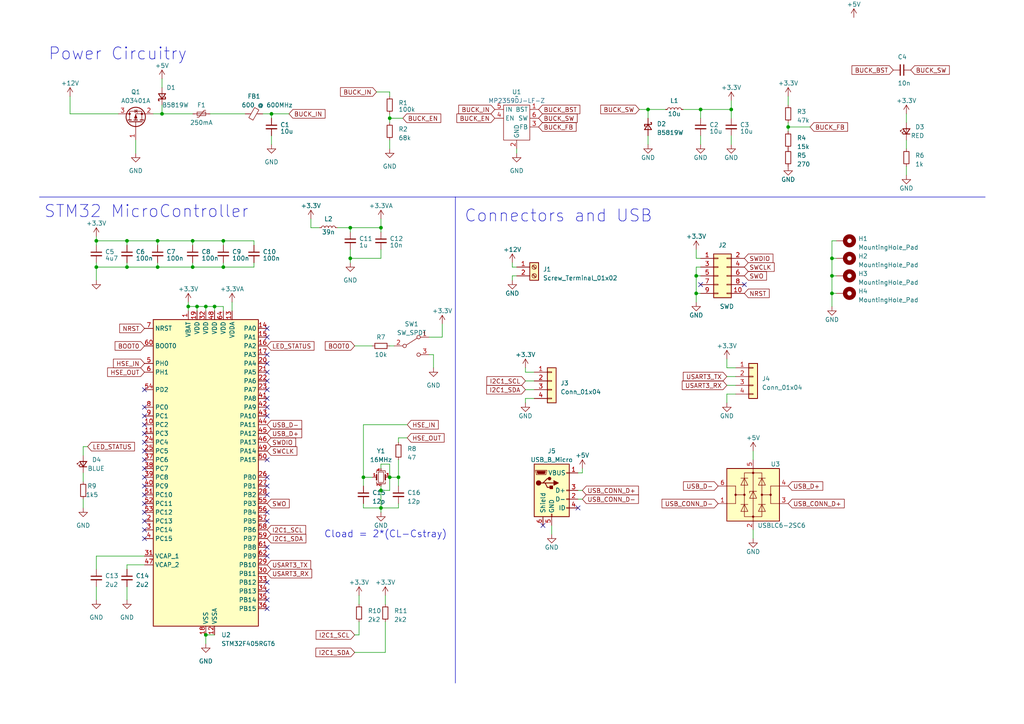
<source format=kicad_sch>
(kicad_sch (version 20230121) (generator eeschema)
  (paper "A4")
  (title_block (title "STM32F4-Test Board") (date "2023-05-25") (rev "2.0") (company "Princy---"))
  (lib_symbols
    (symbol "Connector:Screw_Terminal_01x02" (pin_names (offset 1.016) hide)
      (property "Reference" "J" (at 0 2.54 0))
      (property "Value" "Screw_Terminal_01x02" (at 0 -5.08 0))
      (symbol "Screw_Terminal_01x02_1_1"
        (pin passive line (at -5.08 0 0) (length 3.81) (name "Pin_1") (number "1"))
        (pin passive line (at -5.08 -2.54 0) (length 3.81) (name "Pin_2") (number "2"))
      )
    )
    (symbol "Connector:USB_B_Micro" (pin_names (offset 1.016))
      (property "Reference" "J" (at -5.08 11.43 0))
      (property "Value" "USB_B_Micro" (at -5.08 8.89 0))
      (symbol "USB_B_Micro_1_1"
        (pin power_out line (at 7.62 5.08 180) (length 2.54) (name "VBUS") (number "1"))
        (pin bidirectional line (at 7.62 -2.54 180) (length 2.54) (name "D-") (number "2"))
        (pin bidirectional line (at 7.62 0 180) (length 2.54) (name "D+") (number "3"))
        (pin passive line (at 7.62 -5.08 180) (length 2.54) (name "ID") (number "4"))
        (pin power_out line (at 0 -10.16 90) (length 2.54) (name "GND") (number "5"))
        (pin passive line (at -2.54 -10.16 90) (length 2.54) (name "Shield") (number "6"))
      )
    )
    (symbol "Connector_Generic:Conn_01x04" (pin_names (offset 1.016) hide)
      (property "Reference" "J" (at 0 5.08 0))
      (property "Value" "Conn_01x04" (at 0 -7.62 0))
      (symbol "Conn_01x04_1_1"
        (pin passive line (at -5.08 2.54 0) (length 3.81) (name "Pin_1") (number "1"))
        (pin passive line (at -5.08 0 0) (length 3.81) (name "Pin_2") (number "2"))
        (pin passive line (at -5.08 -2.54 0) (length 3.81) (name "Pin_3") (number "3"))
        (pin passive line (at -5.08 -5.08 0) (length 3.81) (name "Pin_4") (number "4"))
      )
    )
    (symbol "Connector_Generic:Conn_02x05_Odd_Even" (pin_names (offset 1.016) hide)
      (property "Reference" "J" (at 1.27 7.62 0))
      (property "Value" "Conn_02x05_Odd_Even" (at 1.27 -7.62 0))
      (symbol "Conn_02x05_Odd_Even_1_1"
        (pin passive line (at -5.08 5.08 0) (length 3.81) (name "Pin_1") (number "1"))
        (pin passive line (at 7.62 -5.08 180) (length 3.81) (name "Pin_10") (number "10"))
        (pin passive line (at 7.62 5.08 180) (length 3.81) (name "Pin_2") (number "2"))
        (pin passive line (at -5.08 2.54 0) (length 3.81) (name "Pin_3") (number "3"))
        (pin passive line (at 7.62 2.54 180) (length 3.81) (name "Pin_4") (number "4"))
        (pin passive line (at -5.08 0 0) (length 3.81) (name "Pin_5") (number "5"))
        (pin passive line (at 7.62 0 180) (length 3.81) (name "Pin_6") (number "6"))
        (pin passive line (at -5.08 -2.54 0) (length 3.81) (name "Pin_7") (number "7"))
        (pin passive line (at 7.62 -2.54 180) (length 3.81) (name "Pin_8") (number "8"))
        (pin passive line (at -5.08 -5.08 0) (length 3.81) (name "Pin_9") (number "9"))
      )
    )
    (symbol "Device:C_Small" (pin_numbers hide) (pin_names (offset 0.254) hide)
      (property "Reference" "C" (at 0.254 1.778 0))
      (property "Value" "C_Small" (at 0.254 -2.032 0))
      (symbol "C_Small_1_1"
        (pin passive line (at 0 2.54 270) (length 2.032) (name "~") (number "1"))
        (pin passive line (at 0 -2.54 90) (length 2.032) (name "~") (number "2"))
      )
    )
    (symbol "Device:Crystal_GND24_Small" (pin_names (offset 1.016) hide)
      (property "Reference" "Y" (at 1.27 4.445 0))
      (property "Value" "Crystal_GND24_Small" (at 1.27 2.54 0))
      (symbol "Crystal_GND24_Small_1_1"
        (pin passive line (at -2.54 0 0) (length 1.27) (name "1") (number "1"))
        (pin passive line (at 0 -2.54 90) (length 0.635) (name "2") (number "2"))
        (pin passive line (at 2.54 0 180) (length 1.27) (name "3") (number "3"))
        (pin passive line (at 0 2.54 270) (length 0.635) (name "4") (number "4"))
      )
    )
    (symbol "Device:D_Schottky_Small" (pin_numbers hide) (pin_names (offset 0.254) hide)
      (property "Reference" "D" (at -1.27 2.032 0))
      (property "Value" "D_Schottky_Small" (at -7.112 -2.032 0))
      (symbol "D_Schottky_Small_1_1"
        (pin passive line (at -2.54 0 0) (length 1.778) (name "K") (number "1"))
        (pin passive line (at 2.54 0 180) (length 1.778) (name "A") (number "2"))
      )
    )
    (symbol "Device:FerriteBead_Small" (pin_numbers hide) (pin_names (offset 0))
      (property "Reference" "FB" (at 1.905 1.27 0))
      (property "Value" "FerriteBead_Small" (at 1.905 -1.27 0))
      (symbol "FerriteBead_Small_1_1"
        (pin passive line (at 0 2.54 270) (length 1.27) (name "~") (number "1"))
        (pin passive line (at 0 -2.54 90) (length 1.27) (name "~") (number "2"))
      )
    )
    (symbol "Device:LED_Small" (pin_numbers hide) (pin_names (offset 0.254) hide)
      (property "Reference" "D" (at -1.27 3.175 0))
      (property "Value" "LED_Small" (at -4.445 -2.54 0))
      (symbol "LED_Small_1_1"
        (pin passive line (at -2.54 0 0) (length 1.778) (name "K") (number "1"))
        (pin passive line (at 2.54 0 180) (length 1.778) (name "A") (number "2"))
      )
    )
    (symbol "Device:L_Small" (pin_numbers hide) (pin_names (offset 0.254) hide)
      (property "Reference" "L" (at 0.762 1.016 0))
      (property "Value" "L_Small" (at 0.762 -1.016 0))
      (symbol "L_Small_1_1"
        (pin passive line (at 0 2.54 270) (length 0.508) (name "~") (number "1"))
        (pin passive line (at 0 -2.54 90) (length 0.508) (name "~") (number "2"))
      )
    )
    (symbol "Device:Polyfuse_Small" (pin_numbers hide) (pin_names (offset 0))
      (property "Reference" "F" (at -1.905 0 90))
      (property "Value" "Polyfuse_Small" (at 1.905 0 90))
      (symbol "Polyfuse_Small_1_1"
        (pin passive line (at 0 2.54 270) (length 0.635) (name "~") (number "1"))
        (pin passive line (at 0 -2.54 90) (length 0.635) (name "~") (number "2"))
      )
    )
    (symbol "Device:R_Small" (pin_numbers hide) (pin_names (offset 0.254) hide)
      (property "Reference" "R" (at 0.762 0.508 0))
      (property "Value" "R_Small" (at 0.762 -1.016 0))
      (symbol "R_Small_1_1"
        (pin passive line (at 0 2.54 270) (length 0.762) (name "~") (number "1"))
        (pin passive line (at 0 -2.54 90) (length 0.762) (name "~") (number "2"))
      )
    )
    (symbol "MCU_ST_STM32F4:STM32F405RGTx"
      (property "Reference" "U" (at -15.24 46.99 0))
      (property "Value" "STM32F405RGTx" (at 10.16 46.99 0))
      (symbol "STM32F405RGTx_1_1"
        (pin power_in line (at -5.08 48.26 270) (length 2.54) (name "VBAT") (number "1"))
        (pin bidirectional line (at -17.78 15.24 0) (length 2.54) (name "PC2") (number "10"))
        (pin bidirectional line (at -17.78 12.7 0) (length 2.54) (name "PC3") (number "11"))
        (pin power_in line (at 2.54 -45.72 90) (length 2.54) (name "VSSA") (number "12"))
        (pin power_in line (at 7.62 48.26 270) (length 2.54) (name "VDDA") (number "13"))
        (pin bidirectional line (at 17.78 43.18 180) (length 2.54) (name "PA0") (number "14"))
        (pin bidirectional line (at 17.78 40.64 180) (length 2.54) (name "PA1") (number "15"))
        (pin bidirectional line (at 17.78 38.1 180) (length 2.54) (name "PA2") (number "16"))
        (pin bidirectional line (at 17.78 35.56 180) (length 2.54) (name "PA3") (number "17"))
        (pin power_in line (at 0 -45.72 90) (length 2.54) (name "VSS") (number "18"))
        (pin power_in line (at -2.54 48.26 270) (length 2.54) (name "VDD") (number "19"))
        (pin bidirectional line (at -17.78 -12.7 0) (length 2.54) (name "PC13") (number "2"))
        (pin bidirectional line (at 17.78 33.02 180) (length 2.54) (name "PA4") (number "20"))
        (pin bidirectional line (at 17.78 30.48 180) (length 2.54) (name "PA5") (number "21"))
        (pin bidirectional line (at 17.78 27.94 180) (length 2.54) (name "PA6") (number "22"))
        (pin bidirectional line (at 17.78 25.4 180) (length 2.54) (name "PA7") (number "23"))
        (pin bidirectional line (at -17.78 10.16 0) (length 2.54) (name "PC4") (number "24"))
        (pin bidirectional line (at -17.78 7.62 0) (length 2.54) (name "PC5") (number "25"))
        (pin bidirectional line (at 17.78 0 180) (length 2.54) (name "PB0") (number "26"))
        (pin bidirectional line (at 17.78 -2.54 180) (length 2.54) (name "PB1") (number "27"))
        (pin bidirectional line (at 17.78 -5.08 180) (length 2.54) (name "PB2") (number "28"))
        (pin bidirectional line (at 17.78 -25.4 180) (length 2.54) (name "PB10") (number "29"))
        (pin bidirectional line (at -17.78 -15.24 0) (length 2.54) (name "PC14") (number "3"))
        (pin bidirectional line (at 17.78 -27.94 180) (length 2.54) (name "PB11") (number "30"))
        (pin power_out line (at -17.78 -22.86 0) (length 2.54) (name "VCAP_1") (number "31"))
        (pin power_in line (at 0 48.26 270) (length 2.54) (name "VDD") (number "32"))
        (pin bidirectional line (at 17.78 -30.48 180) (length 2.54) (name "PB12") (number "33"))
        (pin bidirectional line (at 17.78 -33.02 180) (length 2.54) (name "PB13") (number "34"))
        (pin bidirectional line (at 17.78 -35.56 180) (length 2.54) (name "PB14") (number "35"))
        (pin bidirectional line (at 17.78 -38.1 180) (length 2.54) (name "PB15") (number "36"))
        (pin bidirectional line (at -17.78 5.08 0) (length 2.54) (name "PC6") (number "37"))
        (pin bidirectional line (at -17.78 2.54 0) (length 2.54) (name "PC7") (number "38"))
        (pin bidirectional line (at -17.78 0 0) (length 2.54) (name "PC8") (number "39"))
        (pin bidirectional line (at -17.78 -17.78 0) (length 2.54) (name "PC15") (number "4"))
        (pin bidirectional line (at -17.78 -2.54 0) (length 2.54) (name "PC9") (number "40"))
        (pin bidirectional line (at 17.78 22.86 180) (length 2.54) (name "PA8") (number "41"))
        (pin bidirectional line (at 17.78 20.32 180) (length 2.54) (name "PA9") (number "42"))
        (pin bidirectional line (at 17.78 17.78 180) (length 2.54) (name "PA10") (number "43"))
        (pin bidirectional line (at 17.78 15.24 180) (length 2.54) (name "PA11") (number "44"))
        (pin bidirectional line (at 17.78 12.7 180) (length 2.54) (name "PA12") (number "45"))
        (pin bidirectional line (at 17.78 10.16 180) (length 2.54) (name "PA13") (number "46"))
        (pin power_out line (at -17.78 -25.4 0) (length 2.54) (name "VCAP_2") (number "47"))
        (pin power_in line (at 2.54 48.26 270) (length 2.54) (name "VDD") (number "48"))
        (pin bidirectional line (at 17.78 7.62 180) (length 2.54) (name "PA14") (number "49"))
        (pin bidirectional line (at -17.78 33.02 0) (length 2.54) (name "PH0") (number "5"))
        (pin bidirectional line (at 17.78 5.08 180) (length 2.54) (name "PA15") (number "50"))
        (pin bidirectional line (at -17.78 -5.08 0) (length 2.54) (name "PC10") (number "51"))
        (pin bidirectional line (at -17.78 -7.62 0) (length 2.54) (name "PC11") (number "52"))
        (pin bidirectional line (at -17.78 -10.16 0) (length 2.54) (name "PC12") (number "53"))
        (pin bidirectional line (at -17.78 25.4 0) (length 2.54) (name "PD2") (number "54"))
        (pin bidirectional line (at 17.78 -7.62 180) (length 2.54) (name "PB3") (number "55"))
        (pin bidirectional line (at 17.78 -10.16 180) (length 2.54) (name "PB4") (number "56"))
        (pin bidirectional line (at 17.78 -12.7 180) (length 2.54) (name "PB5") (number "57"))
        (pin bidirectional line (at 17.78 -15.24 180) (length 2.54) (name "PB6") (number "58"))
        (pin bidirectional line (at 17.78 -17.78 180) (length 2.54) (name "PB7") (number "59"))
        (pin bidirectional line (at -17.78 30.48 0) (length 2.54) (name "PH1") (number "6"))
        (pin input line (at -17.78 38.1 0) (length 2.54) (name "BOOT0") (number "60"))
        (pin bidirectional line (at 17.78 -20.32 180) (length 2.54) (name "PB8") (number "61"))
        (pin bidirectional line (at 17.78 -22.86 180) (length 2.54) (name "PB9") (number "62"))
        (pin passive line (at 0 -45.72 90) (length 2.54) hide (name "VSS") (number "63"))
        (pin power_in line (at 5.08 48.26 270) (length 2.54) (name "VDD") (number "64"))
        (pin input line (at -17.78 43.18 0) (length 2.54) (name "NRST") (number "7"))
        (pin bidirectional line (at -17.78 20.32 0) (length 2.54) (name "PC0") (number "8"))
        (pin bidirectional line (at -17.78 17.78 0) (length 2.54) (name "PC1") (number "9"))
      )
    )
    (symbol "Mechanical:MountingHole_Pad" (pin_numbers hide) (pin_names (offset 1.016) hide)
      (property "Reference" "H" (at 0 6.35 0))
      (property "Value" "MountingHole_Pad" (at 0 4.445 0))
      (symbol "MountingHole_Pad_1_1"
        (pin input line (at 0 -2.54 90) (length 2.54) (name "1") (number "1"))
      )
    )
    (symbol "New_Library:MP2359DJ-LF-Z"
      (property "Reference" "U" (at 0 7.62 0))
      (symbol "MP2359DJ-LF-Z_1_1"
        (text "MP2359DJ-LF-Z" (at 0 5.08 0) (effects (font (size 1.27 1.27))))
        (pin input line (at 6.35 2.54 180) (length 2.54) (name "BST") (number "1"))
        (pin input line (at 0 -8.89 90) (length 2.54) (name "GND") (number "2"))
        (pin input line (at 6.35 -2.54 180) (length 2.54) (name "FB") (number "3"))
        (pin input line (at -6.35 0 0) (length 2.54) (name "EN") (number "4"))
        (pin input line (at -6.35 2.54 0) (length 2.54) (name "IN") (number "5"))
        (pin input line (at 6.35 0 180) (length 2.54) (name "SW") (number "6"))
      )
    )
    (symbol "Power_Protection:USBLC6-2SC6" (pin_names hide)
      (property "Reference" "U" (at 2.54 8.89 0))
      (property "Value" "USBLC6-2SC6" (at 2.54 -8.89 0))
      (symbol "USBLC6-2SC6_1_1"
        (pin passive line (at -10.16 -2.54 0) (length 2.54) (name "I/O1") (number "1"))
        (pin passive line (at 0 -10.16 90) (length 2.54) (name "GND") (number "2"))
        (pin passive line (at 10.16 -2.54 180) (length 2.54) (name "I/O2") (number "3"))
        (pin passive line (at 10.16 2.54 180) (length 2.54) (name "I/O2") (number "4"))
        (pin passive line (at 0 10.16 270) (length 2.54) (name "VBUS") (number "5"))
        (pin passive line (at -10.16 2.54 0) (length 2.54) (name "I/O1") (number "6"))
      )
    )
    (symbol "Switch:SW_SPDT" (pin_names (offset 0) hide)
      (property "Reference" "SW" (at 0 4.318 0))
      (property "Value" "SW_SPDT" (at 0 -5.08 0))
      (symbol "SW_SPDT_1_1"
        (pin passive line (at 5.08 2.54 180) (length 2.54) (name "A") (number "1"))
        (pin passive line (at -5.08 0 0) (length 2.54) (name "B") (number "2"))
        (pin passive line (at 5.08 -2.54 180) (length 2.54) (name "C") (number "3"))
      )
    )
    (symbol "Transistor_FET:AO3401A" (pin_names hide)
      (property "Reference" "Q" (at 5.08 1.905 0))
      (property "Value" "AO3401A" (at 5.08 0 0))
      (symbol "AO3401A_1_1"
        (pin input line (at -5.08 0 0) (length 2.54) (name "G") (number "1"))
        (pin passive line (at 2.54 -5.08 90) (length 2.54) (name "S") (number "2"))
        (pin passive line (at 2.54 5.08 270) (length 2.54) (name "D") (number "3"))
      )
    )
    (symbol "power:+12V" (power) (pin_names (offset 0))
      (property "Value" "+12V" (at 0 3.556 0))
      (symbol "+12V_1_1"
        (pin power_in line (at 0 0 90) (length 0) hide (name "+12V") (number "1"))
      )
    )
    (symbol "power:+3.3V" (power) (pin_names (offset 0))
      (property "Value" "+3.3V" (at 0 3.556 0))
      (symbol "+3.3V_1_1"
        (pin power_in line (at 0 0 90) (length 0) hide (name "+3.3V") (number "1"))
      )
    )
    (symbol "power:+3.3VA" (power) (pin_names (offset 0))
      (property "Value" "+3.3VA" (at 0 3.556 0))
      (symbol "+3.3VA_1_1"
        (pin power_in line (at 0 0 90) (length 0) hide (name "+3.3VA") (number "1"))
      )
    )
    (symbol "power:+5V" (power) (pin_names (offset 0))
      (property "Value" "+5V" (at 0 3.556 0))
      (symbol "+5V_1_1"
        (pin power_in line (at 0 0 90) (length 0) hide (name "+5V") (number "1"))
      )
    )
    (symbol "power:GND" (power) (pin_names (offset 0))
      (property "Value" "GND" (at 0 -3.81 0))
      (symbol "GND_1_1"
        (pin power_in line (at 0 0 270) (length 0) hide (name "GND") (number "1"))
      )
    )
  )
  (junction (at 110.49 142.24))
  (junction (at 55.88 77.47))
  (junction (at 201.93 85.09))
  (junction (at 36.83 69.85))
  (junction (at 110.49 66.04))
  (junction (at 64.77 69.85))
  (junction (at 101.6 74.93))
  (junction (at 105.41 138.43))
  (junction (at 59.69 88.9))
  (junction (at 57.15 88.9))
  (junction (at 45.72 69.85))
  (junction (at 54.61 88.9))
  (junction (at 27.94 77.47))
  (junction (at 45.72 77.47))
  (junction (at 62.23 88.9))
  (junction (at 55.88 69.85))
  (junction (at 203.2 31.75))
  (junction (at 187.96 31.75))
  (junction (at 59.69 184.15))
  (junction (at 110.49 147.32))
  (junction (at 78.74 33.02))
  (junction (at 46.99 33.02))
  (junction (at 64.77 77.47))
  (junction (at 241.3 74.93))
  (junction (at 113.03 138.43))
  (junction (at 113.03 34.29))
  (junction (at 241.3 85.09))
  (junction (at 115.57 138.43))
  (junction (at 36.83 77.47))
  (junction (at 27.94 69.85))
  (junction (at 241.3 80.01))
  (junction (at 201.93 80.01))
  (junction (at 212.09 31.75))
  (junction (at 101.6 66.04))
  (junction (at 228.6 36.83))
  (no_connect (at 203.2 82.55))
  (no_connect (at 77.47 102.87))
  (no_connect (at 77.47 171.45))
  (no_connect (at 77.47 120.65))
  (no_connect (at 215.9 82.55))
  (no_connect (at 77.47 133.35))
  (no_connect (at 41.91 146.05))
  (no_connect (at 77.47 105.41))
  (no_connect (at 77.47 176.53))
  (no_connect (at 41.91 135.89))
  (no_connect (at 41.91 113.03))
  (no_connect (at 41.91 120.65))
  (no_connect (at 41.91 118.11))
  (no_connect (at 41.91 143.51))
  (no_connect (at 77.47 148.59))
  (no_connect (at 77.47 110.49))
  (no_connect (at 41.91 133.35))
  (no_connect (at 77.47 113.03))
  (no_connect (at 77.47 158.75))
  (no_connect (at 41.91 130.81))
  (no_connect (at 77.47 140.97))
  (no_connect (at 77.47 161.29))
  (no_connect (at 167.64 147.32))
  (no_connect (at 41.91 156.21))
  (no_connect (at 77.47 173.99))
  (no_connect (at 77.47 143.51))
  (no_connect (at 41.91 140.97))
  (no_connect (at 41.91 151.13))
  (no_connect (at 77.47 118.11))
  (no_connect (at 157.48 152.4))
  (no_connect (at 77.47 95.25))
  (no_connect (at 77.47 151.13))
  (no_connect (at 41.91 128.27))
  (no_connect (at 77.47 168.91))
  (no_connect (at 77.47 138.43))
  (no_connect (at 77.47 107.95))
  (no_connect (at 41.91 153.67))
  (no_connect (at 41.91 123.19))
  (no_connect (at 77.47 97.79))
  (no_connect (at 41.91 125.73))
  (no_connect (at 77.47 115.57))
  (no_connect (at 41.91 148.59))
  (no_connect (at 41.91 138.43))
  (wire (pts (xy 168.91 144.78) (xy 167.64 144.78)))
  (wire (pts (xy 20.32 33.02) (xy 34.29 33.02)))
  (wire (pts (xy 27.94 76.2) (xy 27.94 77.47)))
  (wire (pts (xy 54.61 88.9) (xy 54.61 90.17)))
  (wire (pts (xy 110.49 74.93) (xy 110.49 72.39)))
  (wire (pts (xy 228.6 36.83) (xy 234.95 36.83)))
  (wire (pts (xy 203.2 39.37) (xy 203.2 41.91)))
  (wire (pts (xy 36.83 163.83) (xy 36.83 165.1)))
  (wire (pts (xy 210.82 116.84) (xy 210.82 114.3)))
  (wire (pts (xy 201.93 74.93) (xy 203.2 74.93)))
  (wire (pts (xy 128.27 93.98) (xy 128.27 97.79)))
  (wire (pts (xy 241.3 85.09) (xy 242.57 85.09)))
  (wire (pts (xy 210.82 114.3) (xy 213.36 114.3)))
  (wire (pts (xy 110.49 135.89) (xy 110.49 134.62)))
  (wire (pts (xy 27.94 77.47) (xy 36.83 77.47)))
  (wire (pts (xy 201.93 77.47) (xy 201.93 80.01)))
  (wire (pts (xy 102.87 184.15) (xy 104.14 184.15)))
  (wire (pts (xy 62.23 88.9) (xy 62.23 90.17)))
  (wire (pts (xy 59.69 184.15) (xy 62.23 184.15)))
  (wire (pts (xy 113.03 134.62) (xy 113.03 138.43)))
  (wire (pts (xy 110.49 147.32) (xy 105.41 147.32)))
  (wire (pts (xy 241.3 80.01) (xy 241.3 74.93)))
  (wire (pts (xy 78.74 41.91) (xy 78.74 39.37)))
  (wire (pts (xy 212.09 34.29) (xy 212.09 31.75)))
  (wire (pts (xy 210.82 111.76) (xy 213.36 111.76)))
  (wire (pts (xy 111.76 172.72) (xy 111.76 175.26)))
  (wire (pts (xy 64.77 69.85) (xy 73.66 69.85)))
  (wire (pts (xy 115.57 146.05) (xy 115.57 147.32)))
  (wire (pts (xy 152.4 116.84) (xy 152.4 115.57)))
  (wire (pts (xy 201.93 72.39) (xy 201.93 74.93)))
  (wire (pts (xy 110.49 63.5) (xy 110.49 66.04)))
  (wire (pts (xy 113.03 100.33) (xy 114.3 100.33)))
  (wire (pts (xy 168.91 142.24) (xy 167.64 142.24)))
  (polyline (pts (xy 11.43 57.15) (xy 132.08 57.15)))
  (wire (pts (xy 24.13 137.16) (xy 24.13 139.7)))
  (wire (pts (xy 168.91 137.16) (xy 167.64 137.16)))
  (wire (pts (xy 92.71 66.04) (xy 90.17 66.04)))
  (wire (pts (xy 24.13 129.54) (xy 24.13 132.08)))
  (wire (pts (xy 59.69 184.15) (xy 59.69 186.69)))
  (wire (pts (xy 241.3 85.09) (xy 241.3 80.01)))
  (wire (pts (xy 54.61 87.63) (xy 54.61 88.9)))
  (wire (pts (xy 101.6 67.31) (xy 101.6 66.04)))
  (wire (pts (xy 24.13 144.78) (xy 24.13 147.32)))
  (wire (pts (xy 111.76 180.34) (xy 111.76 189.23)))
  (wire (pts (xy 152.4 106.68) (xy 152.4 107.95)))
  (wire (pts (xy 115.57 133.35) (xy 115.57 138.43)))
  (wire (pts (xy 73.66 71.12) (xy 73.66 69.85)))
  (wire (pts (xy 113.03 26.67) (xy 113.03 27.94)))
  (wire (pts (xy 64.77 77.47) (xy 73.66 77.47)))
  (wire (pts (xy 210.82 104.14) (xy 210.82 106.68)))
  (polyline (pts (xy 132.08 57.15) (xy 285.75 57.15)))
  (wire (pts (xy 118.11 127) (xy 115.57 127)))
  (wire (pts (xy 148.59 81.28) (xy 148.59 80.01)))
  (wire (pts (xy 187.96 31.75) (xy 193.04 31.75)))
  (wire (pts (xy 210.82 106.68) (xy 213.36 106.68)))
  (wire (pts (xy 241.3 88.9) (xy 241.3 85.09)))
  (wire (pts (xy 113.03 142.24) (xy 110.49 142.24)))
  (wire (pts (xy 241.3 74.93) (xy 241.3 69.85)))
  (wire (pts (xy 168.91 135.89) (xy 168.91 137.16)))
  (wire (pts (xy 113.03 33.02) (xy 113.03 34.29)))
  (wire (pts (xy 59.69 88.9) (xy 59.69 90.17)))
  (wire (pts (xy 107.95 138.43) (xy 105.41 138.43)))
  (wire (pts (xy 36.83 77.47) (xy 45.72 77.47)))
  (wire (pts (xy 57.15 88.9) (xy 57.15 90.17)))
  (wire (pts (xy 148.59 80.01) (xy 149.86 80.01)))
  (wire (pts (xy 55.88 77.47) (xy 64.77 77.47)))
  (wire (pts (xy 110.49 67.31) (xy 110.49 66.04)))
  (wire (pts (xy 62.23 88.9) (xy 64.77 88.9)))
  (wire (pts (xy 27.94 173.99) (xy 27.94 170.18)))
  (wire (pts (xy 39.37 44.45) (xy 39.37 40.64)))
  (wire (pts (xy 203.2 85.09) (xy 201.93 85.09)))
  (wire (pts (xy 228.6 35.56) (xy 228.6 36.83)))
  (wire (pts (xy 27.94 69.85) (xy 36.83 69.85)))
  (wire (pts (xy 110.49 142.24) (xy 110.49 147.32)))
  (wire (pts (xy 201.93 85.09) (xy 201.93 87.63)))
  (wire (pts (xy 152.4 113.03) (xy 154.94 113.03)))
  (wire (pts (xy 44.45 33.02) (xy 46.99 33.02)))
  (wire (pts (xy 25.4 129.54) (xy 24.13 129.54)))
  (wire (pts (xy 241.3 69.85) (xy 242.57 69.85)))
  (wire (pts (xy 45.72 69.85) (xy 55.88 69.85)))
  (wire (pts (xy 110.49 140.97) (xy 110.49 142.24)))
  (wire (pts (xy 102.87 100.33) (xy 107.95 100.33)))
  (wire (pts (xy 187.96 31.75) (xy 185.42 31.75)))
  (wire (pts (xy 110.49 134.62) (xy 113.03 134.62)))
  (wire (pts (xy 36.83 69.85) (xy 45.72 69.85)))
  (wire (pts (xy 152.4 115.57) (xy 154.94 115.57)))
  (wire (pts (xy 218.44 130.81) (xy 218.44 133.35)))
  (wire (pts (xy 78.74 33.02) (xy 78.74 34.29)))
  (wire (pts (xy 27.94 69.85) (xy 27.94 71.12)))
  (wire (pts (xy 241.3 74.93) (xy 242.57 74.93)))
  (wire (pts (xy 241.3 80.01) (xy 242.57 80.01)))
  (wire (pts (xy 57.15 88.9) (xy 59.69 88.9)))
  (wire (pts (xy 27.94 161.29) (xy 27.94 165.1)))
  (wire (pts (xy 125.73 102.87) (xy 125.73 106.68)))
  (wire (pts (xy 54.61 88.9) (xy 57.15 88.9)))
  (wire (pts (xy 45.72 69.85) (xy 45.72 71.12)))
  (wire (pts (xy 148.59 77.47) (xy 149.86 77.47)))
  (wire (pts (xy 45.72 77.47) (xy 55.88 77.47)))
  (wire (pts (xy 101.6 76.2) (xy 101.6 74.93)))
  (wire (pts (xy 113.03 138.43) (xy 115.57 138.43)))
  (wire (pts (xy 36.83 69.85) (xy 36.83 71.12)))
  (wire (pts (xy 36.83 76.2) (xy 36.83 77.47)))
  (wire (pts (xy 201.93 80.01) (xy 201.93 85.09)))
  (wire (pts (xy 203.2 77.47) (xy 201.93 77.47)))
  (wire (pts (xy 67.31 87.63) (xy 67.31 90.17)))
  (wire (pts (xy 101.6 72.39) (xy 101.6 74.93)))
  (wire (pts (xy 203.2 31.75) (xy 198.12 31.75)))
  (wire (pts (xy 228.6 36.83) (xy 228.6 38.1)))
  (wire (pts (xy 64.77 69.85) (xy 64.77 71.12)))
  (wire (pts (xy 73.66 76.2) (xy 73.66 77.47)))
  (wire (pts (xy 90.17 63.5) (xy 90.17 66.04)))
  (wire (pts (xy 148.59 76.2) (xy 148.59 77.47)))
  (wire (pts (xy 55.88 69.85) (xy 64.77 69.85)))
  (wire (pts (xy 113.03 138.43) (xy 113.03 142.24)))
  (wire (pts (xy 78.74 33.02) (xy 83.82 33.02)))
  (wire (pts (xy 59.69 88.9) (xy 62.23 88.9)))
  (wire (pts (xy 187.96 34.29) (xy 187.96 31.75)))
  (wire (pts (xy 118.11 123.19) (xy 105.41 123.19)))
  (wire (pts (xy 76.2 33.02) (xy 78.74 33.02)))
  (wire (pts (xy 109.22 26.67) (xy 113.03 26.67)))
  (wire (pts (xy 64.77 76.2) (xy 64.77 77.47)))
  (wire (pts (xy 46.99 30.48) (xy 46.99 33.02)))
  (wire (pts (xy 46.99 22.86) (xy 46.99 25.4)))
  (wire (pts (xy 115.57 127) (xy 115.57 128.27)))
  (wire (pts (xy 64.77 90.17) (xy 64.77 88.9)))
  (wire (pts (xy 105.41 147.32) (xy 105.41 146.05)))
  (wire (pts (xy 212.09 29.21) (xy 212.09 31.75)))
  (wire (pts (xy 104.14 172.72) (xy 104.14 175.26)))
  (wire (pts (xy 113.03 34.29) (xy 113.03 35.56)))
  (wire (pts (xy 203.2 31.75) (xy 212.09 31.75)))
  (wire (pts (xy 201.93 80.01) (xy 203.2 80.01)))
  (wire (pts (xy 210.82 109.22) (xy 213.36 109.22)))
  (wire (pts (xy 152.4 107.95) (xy 154.94 107.95)))
  (wire (pts (xy 110.49 148.59) (xy 110.49 147.32)))
  (wire (pts (xy 115.57 138.43) (xy 115.57 140.97)))
  (wire (pts (xy 20.32 27.94) (xy 20.32 33.02)))
  (wire (pts (xy 160.02 154.94) (xy 160.02 152.4)))
  (wire (pts (xy 113.03 34.29) (xy 116.84 34.29)))
  (wire (pts (xy 101.6 66.04) (xy 110.49 66.04)))
  (wire (pts (xy 101.6 74.93) (xy 110.49 74.93)))
  (wire (pts (xy 105.41 138.43) (xy 105.41 140.97)))
  (wire (pts (xy 41.91 163.83) (xy 36.83 163.83)))
  (wire (pts (xy 104.14 180.34) (xy 104.14 184.15)))
  (wire (pts (xy 262.89 50.8) (xy 262.89 48.26)))
  (wire (pts (xy 55.88 69.85) (xy 55.88 71.12)))
  (wire (pts (xy 105.41 123.19) (xy 105.41 138.43)))
  (polyline (pts (xy 132.08 57.15) (xy 132.08 198.12)))
  (wire (pts (xy 102.87 189.23) (xy 111.76 189.23)))
  (wire (pts (xy 262.89 33.02) (xy 262.89 35.56)))
  (wire (pts (xy 110.49 147.32) (xy 115.57 147.32)))
  (wire (pts (xy 124.46 97.79) (xy 128.27 97.79)))
  (wire (pts (xy 60.96 33.02) (xy 71.12 33.02)))
  (wire (pts (xy 152.4 110.49) (xy 154.94 110.49)))
  (wire (pts (xy 46.99 33.02) (xy 55.88 33.02)))
  (wire (pts (xy 125.73 102.87) (xy 124.46 102.87)))
  (wire (pts (xy 218.44 156.21) (xy 218.44 153.67)))
  (wire (pts (xy 27.94 77.47) (xy 27.94 81.28)))
  (wire (pts (xy 212.09 39.37) (xy 212.09 41.91)))
  (wire (pts (xy 97.79 66.04) (xy 101.6 66.04)))
  (wire (pts (xy 45.72 76.2) (xy 45.72 77.47)))
  (wire (pts (xy 41.91 161.29) (xy 27.94 161.29)))
  (wire (pts (xy 262.89 40.64) (xy 262.89 43.18)))
  (wire (pts (xy 203.2 34.29) (xy 203.2 31.75)))
  (wire (pts (xy 149.86 44.45) (xy 149.86 43.18)))
  (wire (pts (xy 113.03 40.64) (xy 113.03 43.18)))
  (wire (pts (xy 36.83 173.99) (xy 36.83 170.18)))
  (wire (pts (xy 27.94 68.58) (xy 27.94 69.85)))
  (wire (pts (xy 187.96 39.37) (xy 187.96 41.91)))
  (wire (pts (xy 228.6 27.94) (xy 228.6 30.48)))
  (wire (pts (xy 55.88 76.2) (xy 55.88 77.47)))
  (text "Connectors and USB\n" (at 134.62 64.77 0) (effects (font (size 3.5 3.5)) (justify left bottom)))
  (text "STM32 MicroController" (at 12.7 63.5 0) (effects (font (size 3.5 3.5)) (justify left bottom)))
  (text "Cload = 2*(CL-Cstray)\n" (at 93.98 156.21 0) (effects (font (size 2 2)) (justify left bottom)))
  (text "Power Circuitry\n" (at 13.97 17.78 0) (effects (font (size 3.5 3.5)) (justify left bottom)))
  (global_label "I2C1_SDA" (shape input) (at 152.4 113.03 180) (property "Intersheetrefs" "${INTERSHEET_REFS}" (effects hide)))
  (global_label "SWO" (shape input) (at 77.47 146.05 0) (property "Intersheetrefs" "${INTERSHEET_REFS}" (effects hide)))
  (global_label "BUCK_SW" (shape input) (at 156.21 34.29 0) (property "Intersheetrefs" "${INTERSHEET_REFS}" (effects hide)))
  (global_label "I2C1_SCL" (shape input) (at 102.87 184.15 180) (property "Intersheetrefs" "${INTERSHEET_REFS}" (effects hide)))
  (global_label "USB_D+" (shape input) (at 228.6 140.97 0) (property "Intersheetrefs" "${INTERSHEET_REFS}" (effects hide)))
  (global_label "BUCK_SW" (shape input) (at 264.16 20.32 0) (property "Intersheetrefs" "${INTERSHEET_REFS}" (effects hide)))
  (global_label "HSE_IN" (shape input) (at 41.91 105.41 180) (property "Intersheetrefs" "${INTERSHEET_REFS}" (effects hide)))
  (global_label "BUCK_IN" (shape input) (at 109.22 26.67 180) (property "Intersheetrefs" "${INTERSHEET_REFS}" (effects hide)))
  (global_label "BUCK_BST" (shape input) (at 156.21 31.75 0) (property "Intersheetrefs" "${INTERSHEET_REFS}" (effects hide)))
  (global_label "BUCK_IN" (shape input) (at 83.82 33.02 0) (property "Intersheetrefs" "${INTERSHEET_REFS}" (effects hide)))
  (global_label "HSE_OUT" (shape input) (at 41.91 107.95 180) (property "Intersheetrefs" "${INTERSHEET_REFS}" (effects hide)))
  (global_label "USB_CONN_D+" (shape input) (at 228.6 146.05 0) (property "Intersheetrefs" "${INTERSHEET_REFS}" (effects hide)))
  (global_label "BUCK_EN" (shape input) (at 116.84 34.29 0) (property "Intersheetrefs" "${INTERSHEET_REFS}" (effects hide)))
  (global_label "USART3_TX" (shape input) (at 77.47 163.83 0) (property "Intersheetrefs" "${INTERSHEET_REFS}" (effects hide)))
  (global_label "BUCK_IN" (shape input) (at 143.51 31.75 180) (property "Intersheetrefs" "${INTERSHEET_REFS}" (effects hide)))
  (global_label "USB_D-" (shape input) (at 77.47 123.19 0) (property "Intersheetrefs" "${INTERSHEET_REFS}" (effects hide)))
  (global_label "BUCK_FB" (shape input) (at 156.21 36.83 0) (property "Intersheetrefs" "${INTERSHEET_REFS}" (effects hide)))
  (global_label "SWO" (shape input) (at 215.9 80.01 0) (property "Intersheetrefs" "${INTERSHEET_REFS}" (effects hide)))
  (global_label "I2C1_SCL" (shape input) (at 77.47 153.67 0) (property "Intersheetrefs" "${INTERSHEET_REFS}" (effects hide)))
  (global_label "BOOT0" (shape input) (at 41.91 100.33 180) (property "Intersheetrefs" "${INTERSHEET_REFS}" (effects hide)))
  (global_label "BOOT0" (shape input) (at 102.87 100.33 180) (property "Intersheetrefs" "${INTERSHEET_REFS}" (effects hide)))
  (global_label "USB_CONN_D-" (shape input) (at 168.91 144.78 0) (property "Intersheetrefs" "${INTERSHEET_REFS}" (effects hide)))
  (global_label "I2C1_SDA" (shape input) (at 77.47 156.21 0) (property "Intersheetrefs" "${INTERSHEET_REFS}" (effects hide)))
  (global_label "USB_D-" (shape input) (at 208.28 140.97 180) (property "Intersheetrefs" "${INTERSHEET_REFS}" (effects hide)))
  (global_label "I2C1_SCL" (shape input) (at 152.4 110.49 180) (property "Intersheetrefs" "${INTERSHEET_REFS}" (effects hide)))
  (global_label "USART3_TX" (shape input) (at 210.82 109.22 180) (property "Intersheetrefs" "${INTERSHEET_REFS}" (effects hide)))
  (global_label "HSE_OUT" (shape input) (at 118.11 127 0) (property "Intersheetrefs" "${INTERSHEET_REFS}" (effects hide)))
  (global_label "LED_STATUS" (shape input) (at 77.47 100.33 0) (property "Intersheetrefs" "${INTERSHEET_REFS}" (effects hide)))
  (global_label "SWDIO" (shape input) (at 215.9 74.93 0) (property "Intersheetrefs" "${INTERSHEET_REFS}" (effects hide)))
  (global_label "BUCK_EN" (shape input) (at 143.51 34.29 180) (property "Intersheetrefs" "${INTERSHEET_REFS}" (effects hide)))
  (global_label "SWDIO" (shape input) (at 77.47 128.27 0) (property "Intersheetrefs" "${INTERSHEET_REFS}" (effects hide)))
  (global_label "BUCK_BST" (shape input) (at 259.08 20.32 180) (property "Intersheetrefs" "${INTERSHEET_REFS}" (effects hide)))
  (global_label "USB_CONN_D+" (shape input) (at 168.91 142.24 0) (property "Intersheetrefs" "${INTERSHEET_REFS}" (effects hide)))
  (global_label "BUCK_SW" (shape input) (at 185.42 31.75 180) (property "Intersheetrefs" "${INTERSHEET_REFS}" (effects hide)))
  (global_label "I2C1_SDA" (shape input) (at 102.87 189.23 180) (property "Intersheetrefs" "${INTERSHEET_REFS}" (effects hide)))
  (global_label "USART3_RX" (shape input) (at 210.82 111.76 180) (property "Intersheetrefs" "${INTERSHEET_REFS}" (effects hide)))
  (global_label "HSE_IN" (shape input) (at 118.11 123.19 0) (property "Intersheetrefs" "${INTERSHEET_REFS}" (effects hide)))
  (global_label "SWCLK" (shape input) (at 215.9 77.47 0) (property "Intersheetrefs" "${INTERSHEET_REFS}" (effects hide)))
  (global_label "USART3_RX" (shape input) (at 77.47 166.37 0) (property "Intersheetrefs" "${INTERSHEET_REFS}" (effects hide)))
  (global_label "NRST" (shape input) (at 41.91 95.25 180) (property "Intersheetrefs" "${INTERSHEET_REFS}" (effects hide)))
  (global_label "BUCK_FB" (shape input) (at 234.95 36.83 0) (property "Intersheetrefs" "${INTERSHEET_REFS}" (effects hide)))
  (global_label "SWCLK" (shape input) (at 77.47 130.81 0) (property "Intersheetrefs" "${INTERSHEET_REFS}" (effects hide)))
  (global_label "USB_CONN_D-" (shape input) (at 208.28 146.05 180) (property "Intersheetrefs" "${INTERSHEET_REFS}" (effects hide)))
  (global_label "LED_STATUS" (shape input) (at 25.4 129.54 0) (property "Intersheetrefs" "${INTERSHEET_REFS}" (effects hide)))
  (global_label "NRST" (shape input) (at 215.9 85.09 0) (property "Intersheetrefs" "${INTERSHEET_REFS}" (effects hide)))
  (global_label "USB_D+" (shape input) (at 77.47 125.73 0) (property "Intersheetrefs" "${INTERSHEET_REFS}" (effects hide)))
  (symbol (lib_id "Mechanical:MountingHole_Pad") (at 245.11 74.93 270) (unit 1)
    (property "Reference" "H2" (at 248.92 74.295 90) (effects (justify left)))
    (property "Value" "MountingHole_Pad" (at 248.92 76.835 90) (effects (justify left)))
    (property "Footprint" "MountingHole:MountingHole_4.3mm_M4_Pad_Via" (effects hide))
  )
  (symbol (lib_id "Device:LED_Small") (at 24.13 134.62 90) (unit 1)
    (property "Reference" "D4" (at 26.67 133.35 90) (effects (justify right)))
    (property "Value" "BLUE" (at 25.4 135.89 90) (effects (justify right)))
    (property "Footprint" "LED_SMD:LED_0603_1608Metric" (effects hide))
  )
  (symbol (lib_id "power:+3.3V") (at 111.76 172.72 0) (unit 1)
    (property "Reference" "#PWR031" (effects hide))
    (property "Value" "+3.3V" (at 111.76 168.91 0))
  )
  (symbol (lib_id "Device:C_Small") (at 36.83 167.64 0) (unit 1)
    (property "Reference" "C14" (at 39.37 167.0113 0) (effects (justify left)))
    (property "Value" "2u2" (at 39.37 169.5513 0) (effects (justify left)))
    (property "Footprint" "Capacitor_SMD:C_0603_1608Metric" (effects hide))
  )
  (symbol (lib_id "power:+3.3V") (at 212.09 29.21 0) (unit 1)
    (property "Reference" "#PWR023" (effects hide))
    (property "Value" "+3.3V" (at 212.09 25.4 0))
  )
  (symbol (lib_id "Device:C_Small") (at 73.66 73.66 0) (unit 1)
    (property "Reference" "C10" (at 76.2 73.0313 0) (effects (justify left)))
    (property "Value" "100n" (at 76.2 74.93 0) (effects (justify left)))
    (property "Footprint" "Capacitor_SMD:C_0402_1005Metric" (effects hide))
  )
  (symbol (lib_id "Device:R_Small") (at 228.6 33.02 0) (unit 1)
    (property "Reference" "R3" (at 231.14 32.385 0) (effects (justify left)))
    (property "Value" "47k" (at 231.14 34.925 0) (effects (justify left)))
    (property "Footprint" "Resistor_SMD:R_0603_1608Metric" (effects hide))
  )
  (symbol (lib_id "power:+3.3V") (at 152.4 106.68 0) (unit 1)
    (property "Reference" "#PWR033" (effects hide))
    (property "Value" "+3.3V" (at 152.4 102.87 0))
  )
  (symbol (lib_id "Device:C_Small") (at 203.2 36.83 0) (unit 1)
    (property "Reference" "C2" (at 205.74 36.2013 0) (effects (justify left)))
    (property "Value" "10u" (at 205.74 38.1 0) (effects (justify left)))
    (property "Footprint" "Capacitor_SMD:C_1206_3216Metric" (effects hide))
  )
  (symbol (lib_id "power:GND") (at 262.89 50.8 0) (unit 1)
    (property "Reference" "#PWR043" (effects hide))
    (property "Value" "GND" (at 262.89 54.61 0))
  )
  (symbol (lib_id "power:GND") (at 241.3 88.9 0) (unit 1)
    (property "Reference" "#PWR044" (effects hide))
    (property "Value" "GND" (at 241.3 92.71 0))
  )
  (symbol (lib_id "Device:C_Small") (at 261.62 20.32 270) (unit 1)
    (property "Reference" "C4" (at 260.35 16.51 90) (effects (justify left)))
    (property "Value" "10n" (at 260.35 24.13 90) (effects (justify left)))
    (property "Footprint" "Capacitor_SMD:C_0603_1608Metric" (effects hide))
  )
  (symbol (lib_id "Connector_Generic:Conn_01x04") (at 160.02 110.49 0) (unit 1)
    (property "Reference" "J3" (at 162.56 111.125 0) (effects (justify left)))
    (property "Value" "Conn_01x04" (at 162.56 113.665 0) (effects (justify left)))
    (property "Footprint" "Connector_Molex:Molex_PicoBlade_53048-0410_1x04_P1.25mm_Horizontal" (effects hide))
  )
  (symbol (lib_id "power:GND") (at 110.49 148.59 0) (unit 1)
    (property "Reference" "#PWR013" (effects hide))
    (property "Value" "GND" (at 110.49 152.4 0))
  )
  (symbol (lib_id "Device:C_Small") (at 45.72 73.66 0) (unit 1)
    (property "Reference" "C7" (at 48.26 73.0313 0) (effects (justify left)))
    (property "Value" "100n" (at 48.26 74.93 0) (effects (justify left)))
    (property "Footprint" "Capacitor_SMD:C_0402_1005Metric" (effects hide))
  )
  (symbol (lib_id "Device:C_Small") (at 55.88 73.66 0) (unit 1)
    (property "Reference" "C8" (at 58.42 73.0313 0) (effects (justify left)))
    (property "Value" "100n" (at 58.42 74.93 0) (effects (justify left)))
    (property "Footprint" "Capacitor_SMD:C_0402_1005Metric" (effects hide))
  )
  (symbol (lib_id "Device:R_Small") (at 24.13 142.24 180) (unit 1)
    (property "Reference" "R9" (at 26.67 140.97 0))
    (property "Value" "1k5" (at 26.67 143.51 0))
    (property "Footprint" "Resistor_SMD:R_0603_1608Metric" (effects hide))
  )
  (symbol (lib_id "Device:C_Small") (at 78.74 36.83 0) (unit 1)
    (property "Reference" "C1" (at 81.28 36.2013 0) (effects (justify left)))
    (property "Value" "10u" (at 81.28 38.1 0) (effects (justify left)))
    (property "Footprint" "Capacitor_SMD:C_1206_3216Metric" (effects hide))
  )
  (symbol (lib_id "power:GND") (at 218.44 156.21 0) (unit 1)
    (property "Reference" "#PWR041" (effects hide))
    (property "Value" "GND" (at 218.44 160.02 0))
  )
  (symbol (lib_id "power:GND") (at 27.94 173.99 0) (unit 1)
    (property "Reference" "#PWR05" (effects hide))
    (property "Value" "GND" (at 27.94 179.07 0))
  )
  (symbol (lib_id "Device:C_Small") (at 27.94 167.64 0) (unit 1)
    (property "Reference" "C13" (at 30.48 167.0113 0) (effects (justify left)))
    (property "Value" "2u2" (at 30.48 169.5513 0) (effects (justify left)))
    (property "Footprint" "Capacitor_SMD:C_0603_1608Metric" (effects hide))
  )
  (symbol (lib_id "Device:C_Small") (at 105.41 143.51 0) (unit 1)
    (property "Reference" "C15" (at 107.95 142.8813 0) (effects (justify left)))
    (property "Value" "12p" (at 107.95 145.4213 0) (effects (justify left)))
    (property "Footprint" "Capacitor_SMD:C_0402_1005Metric" (effects hide))
  )
  (symbol (lib_id "Device:R_Small") (at 262.89 45.72 0) (unit 1)
    (property "Reference" "R6" (at 265.43 45.085 0) (effects (justify left)))
    (property "Value" "1k" (at 265.43 47.625 0) (effects (justify left)))
    (property "Footprint" "Resistor_SMD:R_0603_1608Metric" (effects hide))
  )
  (symbol (lib_id "Device:C_Small") (at 27.94 73.66 0) (unit 1)
    (property "Reference" "C5" (at 30.48 73.0313 0) (effects (justify left)))
    (property "Value" "4u7" (at 30.48 74.93 0) (effects (justify left)))
    (property "Footprint" "Capacitor_SMD:C_0603_1608Metric" (effects hide))
  )
  (symbol (lib_id "Device:L_Small") (at 95.25 66.04 90) (unit 1)
    (property "Reference" "L2" (at 95.25 63.5 90))
    (property "Value" "39n" (at 95.25 67.31 90))
    (property "Footprint" "Inductor_SMD:L_0402_1005Metric" (effects hide))
  )
  (symbol (lib_id "power:+3.3VA") (at 67.31 87.63 0) (unit 1)
    (property "Reference" "#PWR03" (effects hide))
    (property "Value" "+3.3VA" (at 67.31 83.82 0))
  )
  (symbol (lib_id "power:GND") (at 78.74 41.91 0) (unit 1)
    (property "Reference" "#PWR018" (effects hide))
    (property "Value" "GND" (at 78.74 46.99 0))
  )
  (symbol (lib_id "Device:L_Small") (at 195.58 31.75 90) (unit 1)
    (property "Reference" "L1" (at 195.58 29.21 90))
    (property "Value" "10u" (at 195.58 33.02 90))
    (property "Footprint" "Inductor_SMD:L_Sunlord_MWSA0518S" (effects hide))
  )
  (symbol (lib_id "Device:R_Small") (at 228.6 40.64 0) (unit 1)
    (property "Reference" "R4" (at 231.14 40.005 0) (effects (justify left)))
    (property "Value" "15k" (at 231.14 42.545 0) (effects (justify left)))
    (property "Footprint" "Resistor_SMD:R_0603_1608Metric" (effects hide))
  )
  (symbol (lib_id "Device:C_Small") (at 212.09 36.83 0) (unit 1)
    (property "Reference" "C3" (at 214.63 36.2013 0) (effects (justify left)))
    (property "Value" "10u" (at 214.63 38.1 0) (effects (justify left)))
    (property "Footprint" "Capacitor_SMD:C_1206_3216Metric" (effects hide))
  )
  (symbol (lib_id "Connector:USB_B_Micro") (at 160.02 142.24 0) (unit 1)
    (property "Reference" "J5" (at 160.02 130.81 0))
    (property "Value" "USB_B_Micro" (at 160.02 133.35 0))
    (property "Footprint" "Connector_USB:USB_Micro-B_GCT_USB3076-30-A" (effects hide))
  )
  (symbol (lib_id "power:GND") (at 201.93 87.63 0) (unit 1)
    (property "Reference" "#PWR029" (effects hide))
    (property "Value" "GND" (at 201.93 91.44 0))
  )
  (symbol (lib_id "power:GND") (at 101.6 76.2 0) (unit 1)
    (property "Reference" "#PWR011" (effects hide))
    (property "Value" "GND" (at 101.6 81.28 0))
  )
  (symbol (lib_id "Device:C_Small") (at 115.57 143.51 0) (unit 1)
    (property "Reference" "C16" (at 118.11 142.8813 0) (effects (justify left)))
    (property "Value" "12p" (at 118.11 145.4213 0) (effects (justify left)))
    (property "Footprint" "Capacitor_SMD:C_0402_1005Metric" (effects hide))
  )
  (symbol (lib_id "power:+3.3V") (at 90.17 63.5 0) (unit 1)
    (property "Reference" "#PWR010" (effects hide))
    (property "Value" "+3.3V" (at 90.17 59.69 0))
  )
  (symbol (lib_id "Mechanical:MountingHole_Pad") (at 245.11 85.09 270) (unit 1)
    (property "Reference" "H4" (at 248.92 84.455 90) (effects (justify left)))
    (property "Value" "MountingHole_Pad" (at 248.92 86.995 90) (effects (justify left)))
    (property "Footprint" "MountingHole:MountingHole_4.3mm_M4_Pad_Via" (effects hide))
  )
  (symbol (lib_id "power:GND") (at 187.96 41.91 0) (unit 1)
    (property "Reference" "#PWR020" (effects hide))
    (property "Value" "GND" (at 187.96 45.72 0))
  )
  (symbol (lib_id "Device:C_Small") (at 110.49 69.85 0) (unit 1)
    (property "Reference" "C12" (at 113.03 69.2213 0) (effects (justify left)))
    (property "Value" "10n" (at 113.03 71.12 0) (effects (justify left)))
    (property "Footprint" "Capacitor_SMD:C_0402_1005Metric" (effects hide))
  )
  (symbol (lib_id "Device:R_Small") (at 104.14 177.8 0) (unit 1)
    (property "Reference" "R10" (at 106.68 177.165 0) (effects (justify left)))
    (property "Value" "2k2" (at 106.68 179.705 0) (effects (justify left)))
    (property "Footprint" "Resistor_SMD:R_0402_1005Metric" (effects hide))
  )
  (symbol (lib_id "Mechanical:MountingHole_Pad") (at 245.11 69.85 270) (unit 1)
    (property "Reference" "H1" (at 248.92 69.215 90) (effects (justify left)))
    (property "Value" "MountingHole_Pad" (at 248.92 71.755 90) (effects (justify left)))
    (property "Footprint" "MountingHole:MountingHole_4.3mm_M4_Pad_Via" (effects hide))
  )
  (symbol (lib_id "power:GND") (at 228.6 48.26 0) (unit 1)
    (property "Reference" "#PWR025" (effects hide))
    (property "Value" "GND" (at 228.6 52.07 0))
  )
  (symbol (lib_id "Device:LED_Small") (at 262.89 38.1 90) (unit 1)
    (property "Reference" "D3" (at 265.43 36.83 90) (effects (justify right)))
    (property "Value" "RED" (at 264.16 39.37 90) (effects (justify right)))
    (property "Footprint" "LED_SMD:LED_0603_1608Metric" (effects hide))
  )
  (symbol (lib_id "Device:R_Small") (at 111.76 177.8 0) (unit 1)
    (property "Reference" "R11" (at 114.3 177.165 0) (effects (justify left)))
    (property "Value" "2k2" (at 114.3 179.705 0) (effects (justify left)))
    (property "Footprint" "Resistor_SMD:R_0402_1005Metric" (effects hide))
  )
  (symbol (lib_id "power:+5V") (at 247.65 5.08 0) (unit 1)
    (property "Reference" "#PWR038" (effects hide))
    (property "Value" "+5V" (at 247.65 1.27 0))
  )
  (symbol (lib_id "Power_Protection:USBLC6-2SC6") (at 218.44 143.51 0) (unit 1)
    (property "Reference" "U3" (at 223.52 134.62 0) (effects (justify left)))
    (property "Value" "USBLC6-2SC6" (at 219.71 152.4 0) (effects (justify left)))
    (property "Footprint" "Package_TO_SOT_SMD:SOT-23-6" (effects hide))
    (property "Datasheet" "https://www.st.com/resource/en/datasheet/usblc6-2.pdf" (effects hide))
  )
  (symbol (lib_id "power:GND") (at 203.2 41.91 0) (unit 1)
    (property "Reference" "#PWR021" (effects hide))
    (property "Value" "GND" (at 203.2 45.72 0))
  )
  (symbol (lib_id "power:+3.3VA") (at 110.49 63.5 0) (unit 1)
    (property "Reference" "#PWR012" (effects hide))
    (property "Value" "+3.3VA" (at 110.49 59.69 0))
  )
  (symbol (lib_id "power:GND") (at 212.09 41.91 0) (unit 1)
    (property "Reference" "#PWR022" (effects hide))
    (property "Value" "GND" (at 212.09 45.72 0))
  )
  (symbol (lib_id "power:GND") (at 160.02 154.94 0) (unit 1)
    (property "Reference" "#PWR036" (effects hide))
    (property "Value" "GND" (at 160.02 158.75 0))
  )
  (symbol (lib_id "Device:Crystal_GND24_Small") (at 110.49 138.43 0) (unit 1)
    (property "Reference" "Y1" (at 110.49 130.81 0))
    (property "Value" "16MHz" (at 110.49 133.35 0))
    (property "Footprint" "Crystal:Crystal_SMD_3225-4Pin_3.2x2.5mm" (effects hide))
  )
  (symbol (lib_id "power:GND") (at 27.94 81.28 0) (unit 1)
    (property "Reference" "#PWR09" (effects hide))
    (property "Value" "GND" (effects hide))
  )
  (symbol (lib_id "power:GND") (at 149.86 44.45 0) (unit 1)
    (property "Reference" "#PWR015" (effects hide))
    (property "Value" "GND" (at 149.86 49.53 0))
  )
  (symbol (lib_id "power:+5V") (at 46.99 22.86 0) (unit 1)
    (property "Reference" "#PWR037" (effects hide))
    (property "Value" "+5V" (at 46.99 19.05 0))
  )
  (symbol (lib_id "power:GND") (at 36.83 173.99 0) (unit 1)
    (property "Reference" "#PWR04" (effects hide))
    (property "Value" "GND" (at 36.83 179.07 0))
  )
  (symbol (lib_id "power:+3.3V") (at 27.94 68.58 0) (unit 1)
    (property "Reference" "#PWR08" (effects hide))
    (property "Value" "+3.3V" (at 27.94 64.77 0))
  )
  (symbol (lib_id "Device:Polyfuse_Small") (at 58.42 33.02 90) (unit 1)
    (property "Reference" "F1" (at 58.42 30.48 90))
    (property "Value" "250mA" (at 58.42 35.56 90))
    (property "Footprint" "Fuse:Fuse_1206_3216Metric" (effects hide))
    (property "Sim.Library" ".\\" (effects hide))
  )
  (symbol (lib_id "New_Library:MP2359DJ-LF-Z") (at 149.86 34.29 0) (unit 1)
    (property "Reference" "U1" (at 149.86 26.67 0))
    (property "Value" "~" (at 149.86 27.94 0))
    (property "Footprint" "Package_TO_SOT_SMD:SOT-23-6" (effects hide))
  )
  (symbol (lib_id "power:+12V") (at 148.59 76.2 0) (unit 1)
    (property "Reference" "#PWR027" (effects hide))
    (property "Value" "+12V" (at 148.59 72.39 0))
  )
  (symbol (lib_id "Device:R_Small") (at 113.03 30.48 0) (unit 1)
    (property "Reference" "R1" (at 115.57 29.845 0) (effects (justify left)))
    (property "Value" "100k" (at 115.57 31.75 0) (effects (justify left)))
    (property "Footprint" "Resistor_SMD:R_0603_1608Metric" (effects hide))
  )
  (symbol (lib_id "Device:D_Schottky_Small") (at 187.96 36.83 270) (unit 1)
    (property "Reference" "D2" (at 190.5 35.941 90) (effects (justify left)))
    (property "Value" "B5819W" (at 190.5 38.481 90) (effects (justify left)))
    (property "Footprint" "Diode_SMD:D_SOD-123" (effects hide))
  )
  (symbol (lib_id "power:+12V") (at 20.32 27.94 0) (unit 1)
    (property "Reference" "#PWR016" (effects hide))
    (property "Value" "+12V" (at 20.32 24.13 0))
  )
  (symbol (lib_id "power:GND") (at 152.4 116.84 0) (unit 1)
    (property "Reference" "#PWR032" (effects hide))
    (property "Value" "GND" (at 152.4 120.65 0))
  )
  (symbol (lib_id "Device:R_Small") (at 110.49 100.33 270) (unit 1)
    (property "Reference" "R7" (at 110.49 97.79 90))
    (property "Value" "10k" (at 110.49 102.87 90))
    (property "Footprint" "Resistor_SMD:R_0402_1005Metric" (effects hide))
  )
  (symbol (lib_id "power:GND") (at 210.82 116.84 0) (unit 1)
    (property "Reference" "#PWR034" (effects hide))
    (property "Value" "GND" (at 210.82 120.65 0))
  )
  (symbol (lib_id "power:+3.3V") (at 54.61 87.63 0) (unit 1)
    (property "Reference" "#PWR02" (effects hide))
    (property "Value" "+3.3V" (at 54.61 83.82 0))
  )
  (symbol (lib_id "Device:D_Schottky_Small") (at 46.99 27.94 90) (unit 1)
    (property "Reference" "D1" (at 48.26 25.4 90) (effects (justify right)))
    (property "Value" "B5819W" (at 46.99 30.48 90) (effects (justify right)))
    (property "Footprint" "Diode_SMD:D_SOD-123" (effects hide))
  )
  (symbol (lib_id "power:GND") (at 148.59 81.28 0) (unit 1)
    (property "Reference" "#PWR026" (effects hide))
    (property "Value" "GND" (at 148.59 85.09 0))
  )
  (symbol (lib_id "Transistor_FET:AO3401A") (at 39.37 35.56 90) (unit 1)
    (property "Reference" "Q1" (at 39.37 26.67 90))
    (property "Value" "AO3401A" (at 39.37 29.21 90))
    (property "Footprint" "Package_TO_SOT_SMD:SOT-23" (effects hide))
    (property "Datasheet" "http://www.aosmd.com/pdfs/datasheet/AO3401A.pdf" (effects hide))
  )
  (symbol (lib_id "power:GND") (at 125.73 106.68 0) (unit 1)
    (property "Reference" "#PWR07" (effects hide))
    (property "Value" "GND" (at 125.73 111.76 0))
  )
  (symbol (lib_id "power:+3.3V") (at 128.27 93.98 0) (unit 1)
    (property "Reference" "#PWR06" (effects hide))
    (property "Value" "+3.3V" (at 128.27 90.17 0))
  )
  (symbol (lib_id "power:+5V") (at 218.44 130.81 0) (unit 1)
    (property "Reference" "#PWR040" (effects hide))
    (property "Value" "+5V" (at 218.44 127 0))
  )
  (symbol (lib_id "power:GND") (at 59.69 186.69 0) (unit 1)
    (property "Reference" "#PWR01" (effects hide))
    (property "Value" "GND" (at 59.69 191.77 0))
  )
  (symbol (lib_id "power:+3.3V") (at 210.82 104.14 0) (unit 1)
    (property "Reference" "#PWR035" (effects hide))
    (property "Value" "+3.3V" (at 210.82 100.33 0))
  )
  (symbol (lib_id "Device:R_Small") (at 228.6 45.72 0) (unit 1)
    (property "Reference" "R5" (at 231.14 45.085 0) (effects (justify left)))
    (property "Value" "270" (at 231.14 47.625 0) (effects (justify left)))
    (property "Footprint" "Resistor_SMD:R_0603_1608Metric" (effects hide))
  )
  (symbol (lib_id "power:+5V") (at 168.91 135.89 0) (unit 1)
    (property "Reference" "#PWR039" (effects hide))
    (property "Value" "+5V" (at 168.91 132.08 0))
  )
  (symbol (lib_id "Connector_Generic:Conn_02x05_Odd_Even") (at 208.28 80.01 0) (unit 1)
    (property "Reference" "J2" (at 209.55 71.12 0))
    (property "Value" "SWD" (at 210.82 88.9 0))
    (property "Footprint" "Connector_PinHeader_1.27mm:PinHeader_2x05_P1.27mm_Vertical_SMD" (effects hide))
  )
  (symbol (lib_id "Device:C_Small") (at 64.77 73.66 0) (unit 1)
    (property "Reference" "C9" (at 67.31 73.0313 0) (effects (justify left)))
    (property "Value" "100n" (at 67.31 74.93 0) (effects (justify left)))
    (property "Footprint" "Capacitor_SMD:C_0402_1005Metric" (effects hide))
  )
  (symbol (lib_id "power:+3.3V") (at 104.14 172.72 0) (unit 1)
    (property "Reference" "#PWR030" (effects hide))
    (property "Value" "+3.3V" (at 104.14 168.91 0))
  )
  (symbol (lib_id "Device:C_Small") (at 36.83 73.66 0) (unit 1)
    (property "Reference" "C6" (at 39.37 73.0313 0) (effects (justify left)))
    (property "Value" "100n" (at 39.37 74.93 0) (effects (justify left)))
    (property "Footprint" "Capacitor_SMD:C_0402_1005Metric" (effects hide))
  )
  (symbol (lib_id "power:+3.3V") (at 201.93 72.39 0) (unit 1)
    (property "Reference" "#PWR028" (effects hide))
    (property "Value" "+3.3V" (at 201.93 68.58 0))
  )
  (symbol (lib_id "power:+3.3V") (at 228.6 27.94 0) (unit 1)
    (property "Reference" "#PWR024" (effects hide))
    (property "Value" "+3.3V" (at 228.6 24.13 0))
  )
  (symbol (lib_id "Device:C_Small") (at 101.6 69.85 0) (unit 1)
    (property "Reference" "C11" (at 104.14 69.2213 0) (effects (justify left)))
    (property "Value" "1u" (at 104.14 71.12 0) (effects (justify left)))
    (property "Footprint" "Capacitor_SMD:C_0402_1005Metric" (effects hide))
  )
  (symbol (lib_id "power:GND") (at 39.37 44.45 0) (unit 1)
    (property "Reference" "#PWR017" (effects hide))
    (property "Value" "GND" (at 39.37 49.53 0))
  )
  (symbol (lib_id "MCU_ST_STM32F4:STM32F405RGTx") (at 59.69 138.43 0) (unit 1)
    (property "Reference" "U2" (at 64.1859 184.15 0) (effects (justify left)))
    (property "Value" "STM32F405RGT6" (at 64.1859 186.69 0) (effects (justify left)))
    (property "Footprint" "Package_QFP:LQFP-64_10x10mm_P0.5mm" (effects hide))
    (property "Datasheet" "https://www.st.com/resource/en/datasheet/stm32f405rg.pdf" (effects hide))
  )
  (symbol (lib_id "power:+3.3V") (at 262.89 33.02 0) (unit 1)
    (property "Reference" "#PWR042" (effects hide))
    (property "Value" "+3.3V" (at 262.89 29.21 0))
  )
  (symbol (lib_id "Mechanical:MountingHole_Pad") (at 245.11 80.01 270) (unit 1)
    (property "Reference" "H3" (at 248.92 79.375 90) (effects (justify left)))
    (property "Value" "MountingHole_Pad" (at 248.92 81.915 90) (effects (justify left)))
    (property "Footprint" "MountingHole:MountingHole_4.3mm_M4_Pad_Via" (effects hide))
  )
  (symbol (lib_id "power:GND") (at 113.03 43.18 0) (unit 1)
    (property "Reference" "#PWR019" (effects hide))
    (property "Value" "GND" (at 113.03 48.26 0))
  )
  (symbol (lib_id "power:GND") (at 24.13 147.32 0) (unit 1)
    (property "Reference" "#PWR014" (effects hide))
    (property "Value" "GND" (at 24.13 152.4 0))
  )
  (symbol (lib_id "Device:FerriteBead_Small") (at 73.66 33.02 90) (unit 1)
    (property "Reference" "FB1" (at 73.66 27.94 90))
    (property "Value" "600 @ 600MHz" (at 77.47 30.48 90))
    (property "Footprint" "Inductor_SMD:L_0805_2012Metric" (effects hide))
  )
  (symbol (lib_id "Connector_Generic:Conn_01x04") (at 218.44 109.22 0) (unit 1)
    (property "Reference" "J4" (at 220.98 109.855 0) (effects (justify left)))
    (property "Value" "Conn_01x04" (at 220.98 112.395 0) (effects (justify left)))
    (property "Footprint" "Connector_Molex:Molex_PicoBlade_53048-0410_1x04_P1.25mm_Horizontal" (effects hide))
  )
  (symbol (lib_id "Connector:Screw_Terminal_01x02") (at 154.94 77.47 0) (unit 1)
    (property "Reference" "J1" (at 157.48 78.105 0) (effects (justify left)))
    (property "Value" "Screw_Terminal_01x02" (at 157.48 80.645 0) (effects (justify left)))
    (property "Footprint" "TerminalBlock_Phoenix:TerminalBlock_Phoenix_PT-1,5-2-3.5-H_1x02_P3.50mm_Horizontal" (effects hide))
  )
  (symbol (lib_id "Switch:SW_SPDT") (at 119.38 100.33 0) (unit 1)
    (property "Reference" "SW1" (at 119.38 93.98 0))
    (property "Value" "SW_SPDT" (at 119.38 96.52 0))
    (property "Footprint" "Button_Switch_SMD:SW_SPDT_PCM12" (effects hide))
  )
  (symbol (lib_id "Device:R_Small") (at 113.03 38.1 0) (unit 1)
    (property "Reference" "R2" (at 115.57 37.465 0) (effects (justify left)))
    (property "Value" "68k" (at 115.57 40.005 0) (effects (justify left)))
    (property "Footprint" "Resistor_SMD:R_0603_1608Metric" (effects hide))
  )
  (symbol (lib_id "Device:R_Small") (at 115.57 130.81 0) (unit 1)
    (property "Reference" "R8" (at 118.11 130.175 0) (effects (justify left)))
    (property "Value" "47" (at 118.11 132.715 0) (effects (justify left)))
    (property "Footprint" "Resistor_SMD:R_0402_1005Metric" (effects hide))
  )
)
</source>
